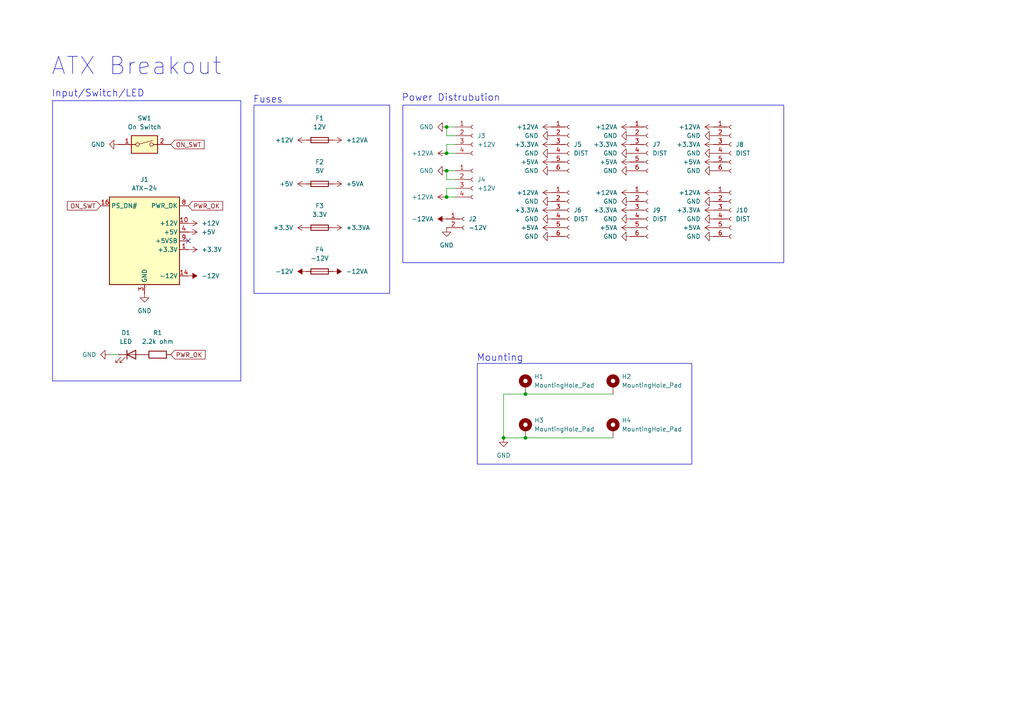
<source format=kicad_sch>
(kicad_sch (version 20250114) (generator "eeschema") (generator_version "9.0")
  (paper "A4")
  (lib_symbols
    (symbol "Connector:ATX-24"
      (property "Reference" "J" (at -8.89 13.97 0))
      (property "Value" "ATX-24" (at 6.35 13.97 0))
      (symbol "ATX-24_0_1"
        (rectangle (start -10.16 12.7) (end 10.16 -12.7) (stroke (width 0.254)) (fill (type background)))
      )
      (symbol "ATX-24_1_1"
        (pin open_collector line (at -12.7 10.16 0) (length 2.54) (name "PS_ON#") (number "16"))
        (pin no_connect line (at -10.16 0 0) (length 2.54) (hide yes) (name "NC") (number "20"))
        (pin passive line (at 0 -15.24 90) (length 2.54) (hide yes) (name "GND") (number "15"))
        (pin passive line (at 0 -15.24 90) (length 2.54) (hide yes) (name "GND") (number "17"))
        (pin passive line (at 0 -15.24 90) (length 2.54) (hide yes) (name "GND") (number "18"))
        (pin passive line (at 0 -15.24 90) (length 2.54) (hide yes) (name "GND") (number "19"))
        (pin passive line (at 0 -15.24 90) (length 2.54) (hide yes) (name "GND") (number "24"))
        (pin power_out line (at 0 -15.24 90) (length 2.54) (name "GND") (number "3"))
        (pin passive line (at 0 -15.24 90) (length 2.54) (hide yes) (name "GND") (number "5"))
        (pin passive line (at 0 -15.24 90) (length 2.54) (hide yes) (name "GND") (number "7"))
        (pin output line (at 12.7 10.16 180) (length 2.54) (name "PWR_OK") (number "8"))
        (pin power_out line (at 12.7 5.08 180) (length 2.54) (name "+12V") (number "10"))
        (pin passive line (at 12.7 5.08 180) (length 2.54) (hide yes) (name "+12V") (number "11"))
        (pin passive line (at 12.7 2.54 180) (length 2.54) (hide yes) (name "+5V") (number "21"))
        (pin passive line (at 12.7 2.54 180) (length 2.54) (hide yes) (name "+5V") (number "22"))
        (pin passive line (at 12.7 2.54 180) (length 2.54) (hide yes) (name "+5V") (number "23"))
        (pin power_out line (at 12.7 2.54 180) (length 2.54) (name "+5V") (number "4"))
        (pin passive line (at 12.7 2.54 180) (length 2.54) (hide yes) (name "+5V") (number "6"))
        (pin power_out line (at 12.7 0 180) (length 2.54) (name "+5VSB") (number "9"))
        (pin power_out line (at 12.7 -2.54 180) (length 2.54) (name "+3.3V") (number "1"))
        (pin passive line (at 12.7 -2.54 180) (length 2.54) (hide yes) (name "+3.3V") (number "12"))
        (pin passive line (at 12.7 -2.54 180) (length 2.54) (hide yes) (name "+3.3V") (number "13"))
        (pin passive line (at 12.7 -2.54 180) (length 2.54) (hide yes) (name "+3.3V") (number "2"))
        (pin power_out line (at 12.7 -10.16 180) (length 2.54) (name "-12V") (number "14"))
      )
    )
    (symbol "Connector:Conn_01x02_Socket" (pin_names (offset 1.016) (hide yes))
      (property "Reference" "J" (at 0 2.54 0))
      (property "Value" "Conn_01x02_Socket" (at 0 -5.08 0))
      (symbol "Conn_01x02_Socket_1_1"
        (polyline (pts (xy -1.27 0) (xy -0.508 0)) (stroke (width 0.1524)))
        (polyline (pts (xy -1.27 -2.54) (xy -0.508 -2.54)) (stroke (width 0.1524)))
        (arc (start 0 -0.508) (mid -0.5058 0) (end 0 0.508) (stroke (width 0.1524)))
        (arc (start 0 -3.048) (mid -0.5058 -2.54) (end 0 -2.032) (stroke (width 0.1524)))
        (pin passive line (at -5.08 0 0) (length 3.81) (name "Pin_1") (number "1"))
        (pin passive line (at -5.08 -2.54 0) (length 3.81) (name "Pin_2") (number "2"))
      )
    )
    (symbol "Connector:Conn_01x04_Socket" (pin_names (offset 1.016) (hide yes))
      (property "Reference" "J" (at 0 5.08 0))
      (property "Value" "Conn_01x04_Socket" (at 0 -7.62 0))
      (symbol "Conn_01x04_Socket_1_1"
        (polyline (pts (xy -1.27 2.54) (xy -0.508 2.54)) (stroke (width 0.1524)))
        (polyline (pts (xy -1.27 0) (xy -0.508 0)) (stroke (width 0.1524)))
        (polyline (pts (xy -1.27 -2.54) (xy -0.508 -2.54)) (stroke (width 0.1524)))
        (polyline (pts (xy -1.27 -5.08) (xy -0.508 -5.08)) (stroke (width 0.1524)))
        (arc (start 0 2.032) (mid -0.5058 2.54) (end 0 3.048) (stroke (width 0.1524)))
        (arc (start 0 -0.508) (mid -0.5058 0) (end 0 0.508) (stroke (width 0.1524)))
        (arc (start 0 -3.048) (mid -0.5058 -2.54) (end 0 -2.032) (stroke (width 0.1524)))
        (arc (start 0 -5.588) (mid -0.5058 -5.08) (end 0 -4.572) (stroke (width 0.1524)))
        (pin passive line (at -5.08 2.54 0) (length 3.81) (name "Pin_1") (number "1"))
        (pin passive line (at -5.08 0 0) (length 3.81) (name "Pin_2") (number "2"))
        (pin passive line (at -5.08 -2.54 0) (length 3.81) (name "Pin_3") (number "3"))
        (pin passive line (at -5.08 -5.08 0) (length 3.81) (name "Pin_4") (number "4"))
      )
    )
    (symbol "Connector:Conn_01x06_Socket" (pin_names (offset 1.016) (hide yes))
      (property "Reference" "J" (at 0 7.62 0))
      (property "Value" "Conn_01x06_Socket" (at 0 -10.16 0))
      (symbol "Conn_01x06_Socket_1_1"
        (polyline (pts (xy -1.27 5.08) (xy -0.508 5.08)) (stroke (width 0.1524)))
        (polyline (pts (xy -1.27 2.54) (xy -0.508 2.54)) (stroke (width 0.1524)))
        (polyline (pts (xy -1.27 0) (xy -0.508 0)) (stroke (width 0.1524)))
        (polyline (pts (xy -1.27 -2.54) (xy -0.508 -2.54)) (stroke (width 0.1524)))
        (polyline (pts (xy -1.27 -5.08) (xy -0.508 -5.08)) (stroke (width 0.1524)))
        (polyline (pts (xy -1.27 -7.62) (xy -0.508 -7.62)) (stroke (width 0.1524)))
        (arc (start 0 4.572) (mid -0.5058 5.08) (end 0 5.588) (stroke (width 0.1524)))
        (arc (start 0 2.032) (mid -0.5058 2.54) (end 0 3.048) (stroke (width 0.1524)))
        (arc (start 0 -0.508) (mid -0.5058 0) (end 0 0.508) (stroke (width 0.1524)))
        (arc (start 0 -3.048) (mid -0.5058 -2.54) (end 0 -2.032) (stroke (width 0.1524)))
        (arc (start 0 -5.588) (mid -0.5058 -5.08) (end 0 -4.572) (stroke (width 0.1524)))
        (arc (start 0 -8.128) (mid -0.5058 -7.62) (end 0 -7.112) (stroke (width 0.1524)))
        (pin passive line (at -5.08 5.08 0) (length 3.81) (name "Pin_1") (number "1"))
        (pin passive line (at -5.08 2.54 0) (length 3.81) (name "Pin_2") (number "2"))
        (pin passive line (at -5.08 0 0) (length 3.81) (name "Pin_3") (number "3"))
        (pin passive line (at -5.08 -2.54 0) (length 3.81) (name "Pin_4") (number "4"))
        (pin passive line (at -5.08 -5.08 0) (length 3.81) (name "Pin_5") (number "5"))
        (pin passive line (at -5.08 -7.62 0) (length 3.81) (name "Pin_6") (number "6"))
      )
    )
    (symbol "Device:Fuse" (pin_numbers (hide yes)) (pin_names (offset 0))
      (property "Reference" "F" (at 2.032 0 90))
      (property "Value" "Fuse" (at -1.905 0 90))
      (symbol "Fuse_0_1"
        (rectangle (start -0.762 -2.54) (end 0.762 2.54) (stroke (width 0.254)))
        (polyline (pts (xy 0 2.54) (xy 0 -2.54)))
      )
      (symbol "Fuse_1_1"
        (pin passive line (at 0 3.81 270) (length 1.27) (name "~") (number "1"))
        (pin passive line (at 0 -3.81 90) (length 1.27) (name "~") (number "2"))
      )
    )
    (symbol "Device:LED" (pin_numbers (hide yes)) (pin_names (offset 1.016) (hide yes))
      (property "Reference" "D" (at 0 2.54 0))
      (property "Value" "LED" (at 0 -2.54 0))
      (symbol "LED_0_1"
        (polyline (pts (xy -3.048 -0.762) (xy -4.572 -2.286) (xy -3.81 -2.286) (xy -4.572 -2.286) (xy -4.572 -1.524)))
        (polyline (pts (xy -1.778 -0.762) (xy -3.302 -2.286) (xy -2.54 -2.286) (xy -3.302 -2.286) (xy -3.302 -1.524)))
        (polyline (pts (xy -1.27 0) (xy 1.27 0)))
        (polyline (pts (xy -1.27 -1.27) (xy -1.27 1.27)) (stroke (width 0.254)))
        (polyline (pts (xy 1.27 -1.27) (xy 1.27 1.27) (xy -1.27 0) (xy 1.27 -1.27)) (stroke (width 0.254)))
      )
      (symbol "LED_1_1"
        (pin passive line (at -3.81 0 0) (length 2.54) (name "K") (number "1"))
        (pin passive line (at 3.81 0 180) (length 2.54) (name "A") (number "2"))
      )
    )
    (symbol "Device:R" (pin_numbers (hide yes)) (pin_names (offset 0))
      (property "Reference" "R" (at 2.032 0 90))
      (property "Value" "R" (at 0 0 90))
      (symbol "R_0_1"
        (rectangle (start -1.016 -2.54) (end 1.016 2.54) (stroke (width 0.254)))
      )
      (symbol "R_1_1"
        (pin passive line (at 0 3.81 270) (length 1.27) (name "~") (number "1"))
        (pin passive line (at 0 -3.81 90) (length 1.27) (name "~") (number "2"))
      )
    )
    (symbol "Mechanical:MountingHole_Pad" (pin_numbers (hide yes)) (pin_names (offset 1.016) (hide yes)) (in_bom no)
      (property "Reference" "H" (at 0 6.35 0))
      (property "Value" "MountingHole_Pad" (at 0 4.445 0))
      (symbol "MountingHole_Pad_0_1"
        (circle (center 0 1.27) (radius 1.27) (stroke (width 1.27)))
      )
      (symbol "MountingHole_Pad_1_1"
        (pin input line (at 0 -2.54 90) (length 2.54) (name "1") (number "1"))
      )
    )
    (symbol "Switch:SW_DIP_x01" (pin_names (offset 0) (hide yes))
      (property "Reference" "SW" (at 0 3.81 0))
      (property "Value" "SW_DIP_x01" (at 0 -3.81 0))
      (symbol "SW_DIP_x01_0_0"
        (circle (center -2.032 0) (radius 0.508))
        (polyline (pts (xy -1.524 0.127) (xy 2.3622 1.1684)))
        (circle (center 2.032 0) (radius 0.508))
      )
      (symbol "SW_DIP_x01_0_1"
        (rectangle (start -3.81 2.54) (end 3.81 -2.54) (stroke (width 0.254)) (fill (type background)))
      )
      (symbol "SW_DIP_x01_1_1"
        (pin passive line (at -7.62 0 0) (length 5.08) (name "~") (number "1"))
        (pin passive line (at 7.62 0 180) (length 5.08) (name "~") (number "2"))
      )
    )
    (symbol "power:+12V" (power) (pin_numbers (hide yes)) (pin_names (offset 0) (hide yes))
      (property "Value" "+12V" (at 0 3.556 0))
      (symbol "+12V_0_1"
        (polyline (pts (xy -0.762 1.27) (xy 0 2.54)))
        (polyline (pts (xy 0 2.54) (xy 0.762 1.27)))
        (polyline (pts (xy 0 0) (xy 0 2.54)))
      )
      (symbol "+12V_1_1"
        (pin power_in line (at 0 0 90) (length 0) (name "~") (number "1"))
      )
    )
    (symbol "power:+12VA" (power) (pin_numbers (hide yes)) (pin_names (offset 0) (hide yes))
      (property "Value" "+12VA" (at 0 3.556 0))
      (symbol "+12VA_0_1"
        (polyline (pts (xy -0.762 1.27) (xy 0 2.54)))
        (polyline (pts (xy 0 2.54) (xy 0.762 1.27)))
        (polyline (pts (xy 0 0) (xy 0 2.54)))
      )
      (symbol "+12VA_1_1"
        (pin power_in line (at 0 0 90) (length 0) (name "~") (number "1"))
      )
    )
    (symbol "power:+3.3V" (power) (pin_numbers (hide yes)) (pin_names (offset 0) (hide yes))
      (property "Value" "+3.3V" (at 0 3.556 0))
      (symbol "+3.3V_0_1"
        (polyline (pts (xy -0.762 1.27) (xy 0 2.54)))
        (polyline (pts (xy 0 2.54) (xy 0.762 1.27)))
        (polyline (pts (xy 0 0) (xy 0 2.54)))
      )
      (symbol "+3.3V_1_1"
        (pin power_in line (at 0 0 90) (length 0) (name "~") (number "1"))
      )
    )
    (symbol "power:+3.3VA" (power) (pin_numbers (hide yes)) (pin_names (offset 0) (hide yes))
      (property "Value" "+3.3VA" (at 0 3.556 0))
      (symbol "+3.3VA_0_1"
        (polyline (pts (xy -0.762 1.27) (xy 0 2.54)))
        (polyline (pts (xy 0 2.54) (xy 0.762 1.27)))
        (polyline (pts (xy 0 0) (xy 0 2.54)))
      )
      (symbol "+3.3VA_1_1"
        (pin power_in line (at 0 0 90) (length 0) (name "~") (number "1"))
      )
    )
    (symbol "power:+5V" (power) (pin_numbers (hide yes)) (pin_names (offset 0) (hide yes))
      (property "Value" "+5V" (at 0 3.556 0))
      (symbol "+5V_0_1"
        (polyline (pts (xy -0.762 1.27) (xy 0 2.54)))
        (polyline (pts (xy 0 2.54) (xy 0.762 1.27)))
        (polyline (pts (xy 0 0) (xy 0 2.54)))
      )
      (symbol "+5V_1_1"
        (pin power_in line (at 0 0 90) (length 0) (name "~") (number "1"))
      )
    )
    (symbol "power:+5VA" (power) (pin_numbers (hide yes)) (pin_names (offset 0) (hide yes))
      (property "Value" "+5VA" (at 0 3.556 0))
      (symbol "+5VA_0_1"
        (polyline (pts (xy -0.762 1.27) (xy 0 2.54)))
        (polyline (pts (xy 0 2.54) (xy 0.762 1.27)))
        (polyline (pts (xy 0 0) (xy 0 2.54)))
      )
      (symbol "+5VA_1_1"
        (pin power_in line (at 0 0 90) (length 0) (name "~") (number "1"))
      )
    )
    (symbol "power:-12V" (power) (pin_numbers (hide yes)) (pin_names (offset 0) (hide yes))
      (property "Value" "-12V" (at 0 3.556 0))
      (symbol "-12V_0_0"
        (pin power_in line (at 0 0 90) (length 0) (name "~") (number "1"))
      )
      (symbol "-12V_0_1"
        (polyline (pts (xy 0 0) (xy 0 1.27) (xy 0.762 1.27) (xy 0 2.54) (xy -0.762 1.27) (xy 0 1.27)) (fill (type outline)))
      )
    )
    (symbol "power:-12VA" (power) (pin_numbers (hide yes)) (pin_names (offset 0) (hide yes))
      (property "Value" "-12VA" (at 0 3.556 0))
      (symbol "-12VA_0_0"
        (pin power_in line (at 0 0 90) (length 0) (name "~") (number "1"))
      )
      (symbol "-12VA_0_1"
        (polyline (pts (xy 0 0) (xy 0 1.27) (xy 0.762 1.27) (xy 0 2.54) (xy -0.762 1.27) (xy 0 1.27)) (fill (type outline)))
      )
    )
    (symbol "power:GND" (power) (pin_numbers (hide yes)) (pin_names (offset 0) (hide yes))
      (property "Value" "GND" (at 0 -3.81 0))
      (symbol "GND_0_1"
        (polyline (pts (xy 0 0) (xy 0 -1.27) (xy 1.27 -1.27) (xy 0 -2.54) (xy -1.27 -1.27) (xy 0 -1.27)))
      )
      (symbol "GND_1_1"
        (pin power_in line (at 0 0 270) (length 0) (name "~") (number "1"))
      )
    )
  )
  (rectangle (start 73.66 30.48) (end 113.03 85.09))
  (rectangle (start 15.24 29.21) (end 69.85 110.49))
  (rectangle (start 138.43 105.41) (end 200.66 134.62))
  (rectangle (start 116.84 30.48) (end 227.33 76.2))
  (text "Input/Switch/LED\n" (at 28.448 27.178 0) (effects (font (size 2 2))))
  (text "Power Distrubution" (at 130.81 28.448 0) (effects (font (size 2 2))))
  (text "Mounting" (at 145.034 103.886 0) (effects (font (size 2 2))))
  (text "ATX Breakout" (at 39.624 19.304 0) (effects (font (size 5 5))))
  (text "Fuses" (at 77.724 28.956 0) (effects (font (size 2 2))))
  (junction (at 146.05 127))
  (junction (at 152.4 127))
  (junction (at 129.54 57.15))
  (junction (at 129.54 36.83))
  (junction (at 129.54 44.45))
  (junction (at 152.4 114.3))
  (junction (at 129.54 49.53))
  (no_connect (at 54.61 69.85))
  (wire (pts (xy 129.54 39.37) (xy 132.08 39.37)))
  (wire (pts (xy 129.54 44.45) (xy 132.08 44.45)))
  (wire (pts (xy 129.54 36.83) (xy 129.54 39.37)))
  (wire (pts (xy 146.05 127) (xy 146.05 114.3)))
  (wire (pts (xy 129.54 54.61) (xy 132.08 54.61)))
  (wire (pts (xy 129.54 49.53) (xy 129.54 52.07)))
  (wire (pts (xy 31.75 102.87) (xy 34.29 102.87)))
  (wire (pts (xy 152.4 127) (xy 177.8 127)))
  (wire (pts (xy 129.54 57.15) (xy 132.08 57.15)))
  (wire (pts (xy 129.54 57.15) (xy 129.54 54.61)))
  (wire (pts (xy 129.54 52.07) (xy 132.08 52.07)))
  (wire (pts (xy 146.05 127) (xy 152.4 127)))
  (wire (pts (xy 129.54 49.53) (xy 132.08 49.53)))
  (wire (pts (xy 129.54 36.83) (xy 132.08 36.83)))
  (wire (pts (xy 129.54 41.91) (xy 132.08 41.91)))
  (wire (pts (xy 146.05 114.3) (xy 152.4 114.3)))
  (wire (pts (xy 152.4 114.3) (xy 177.8 114.3)))
  (wire (pts (xy 129.54 44.45) (xy 129.54 41.91)))
  (global_label "ON_SWT" (shape input) (at 49.53 41.91 0) (property "Intersheetrefs" "${INTERSHEET_REFS}" (effects (hide yes))))
  (global_label "ON_SWT" (shape input) (at 29.21 59.69 180) (property "Intersheetrefs" "${INTERSHEET_REFS}" (effects (hide yes))))
  (global_label "PWR_OK" (shape input) (at 49.53 102.87 0) (property "Intersheetrefs" "${INTERSHEET_REFS}" (effects (hide yes))))
  (global_label "PWR_OK" (shape input) (at 54.61 59.69 0) (property "Intersheetrefs" "${INTERSHEET_REFS}" (effects (hide yes))))
  (symbol (lib_id "power:+3.3VA") (at 182.88 60.96 90) (unit 1)
    (property "Reference" "#PWR048" (effects (hide yes)))
    (property "Value" "+3.3VA" (at 179.07 60.9599 90) (effects (justify left)))
    (property "Description" "Power symbol creates a global label with name \"+3.3VA\"" (effects (hide yes)))
  )
  (symbol (lib_id "power:GND") (at 129.54 36.83 270) (unit 1)
    (property "Reference" "#PWR019" (effects (hide yes)))
    (property "Value" "GND" (at 125.73 36.8299 90) (effects (justify right)))
    (property "Description" "Power symbol creates a global label with name \"GND\" , ground" (effects (hide yes)))
  )
  (symbol (lib_id "power:+12V") (at 54.61 64.77 270) (unit 1)
    (property "Reference" "#PWR05" (effects (hide yes)))
    (property "Value" "+12V" (at 58.42 64.7699 90) (effects (justify left)))
    (property "Description" "Power symbol creates a global label with name \"+12V\"" (effects (hide yes)))
  )
  (symbol (lib_id "Connector:Conn_01x04_Socket") (at 137.16 39.37 0) (unit 1)
    (property "Reference" "J3" (at 138.43 39.3699 0) (effects (justify left)))
    (property "Value" "+12V" (at 138.43 41.9099 0) (effects (justify left)))
    (property "Footprint" "Connector_Molex:Molex_Mini-Fit_Jr_5566-04A_2x02_P4.20mm_Vertical" (effects (hide yes)))
    (property "Description" "Generic connector, single row, 01x04, script generated" (effects (hide yes)))
    (property "LCSC" "C293502" (effects (hide yes)))
  )
  (symbol (lib_id "power:GND") (at 207.01 63.5 270) (unit 1)
    (property "Reference" "#PWR055" (effects (hide yes)))
    (property "Value" "GND" (at 203.2 63.4999 90) (effects (justify right)))
    (property "Description" "Power symbol creates a global label with name \"GND\" , ground" (effects (hide yes)))
  )
  (symbol (lib_id "Connector:Conn_01x06_Socket") (at 212.09 60.96 0) (unit 1)
    (property "Reference" "J10" (at 213.36 60.9599 0) (effects (justify left)))
    (property "Value" "DIST" (at 213.36 63.4999 0) (effects (justify left)))
    (property "Footprint" "Connector_Molex:Molex_Mini-Fit_Jr_5566-06A_2x03_P4.20mm_Vertical" (effects (hide yes)))
    (property "Description" "Generic connector, single row, 01x06, script generated" (effects (hide yes)))
    (property "LCSC" "C471417" (effects (hide yes)))
  )
  (symbol (lib_id "power:GND") (at 207.01 68.58 270) (unit 1)
    (property "Reference" "#PWR057" (effects (hide yes)))
    (property "Value" "GND" (at 203.2 68.5799 90) (effects (justify right)))
    (property "Description" "Power symbol creates a global label with name \"GND\" , ground" (effects (hide yes)))
  )
  (symbol (lib_id "power:+5V") (at 54.61 67.31 270) (unit 1)
    (property "Reference" "#PWR04" (effects (hide yes)))
    (property "Value" "+5V" (at 58.42 67.3099 90) (effects (justify left)))
    (property "Description" "Power symbol creates a global label with name \"+5V\"" (effects (hide yes)))
  )
  (symbol (lib_id "Device:Fuse") (at 92.71 66.04 90) (unit 1)
    (property "Reference" "F3" (at 92.71 59.69 90))
    (property "Value" "3.3V" (at 92.71 62.23 90))
    (property "Footprint" "Fuse:Fuseholder_Clip-5x20mm_Eaton_1A5601-01_Inline_P20.80x6.76mm_D1.70mm_Horizontal" (effects (hide yes)))
    (property "Description" "Fuse" (effects (hide yes)))
    (property "LCSC" "C3206715" (effects (hide yes)))
    (property "Fuse" "C3122" (effects (hide yes)))
  )
  (symbol (lib_id "power:GND") (at 207.01 49.53 270) (unit 1)
    (property "Reference" "#PWR045" (effects (hide yes)))
    (property "Value" "GND" (at 203.2 49.5299 90) (effects (justify right)))
    (property "Description" "Power symbol creates a global label with name \"GND\" , ground" (effects (hide yes)))
  )
  (symbol (lib_id "power:GND") (at 182.88 39.37 270) (unit 1)
    (property "Reference" "#PWR035" (effects (hide yes)))
    (property "Value" "GND" (at 179.07 39.3699 90) (effects (justify right)))
    (property "Description" "Power symbol creates a global label with name \"GND\" , ground" (effects (hide yes)))
  )
  (symbol (lib_id "power:+5V") (at 88.9 53.34 90) (unit 1)
    (property "Reference" "#PWR07" (effects (hide yes)))
    (property "Value" "+5V" (at 85.09 53.3401 90) (effects (justify left)))
    (property "Description" "Power symbol creates a global label with name \"+5V\"" (effects (hide yes)))
  )
  (symbol (lib_id "power:+3.3VA") (at 182.88 41.91 90) (unit 1)
    (property "Reference" "#PWR036" (effects (hide yes)))
    (property "Value" "+3.3VA" (at 179.07 41.9099 90) (effects (justify left)))
    (property "Description" "Power symbol creates a global label with name \"+3.3VA\"" (effects (hide yes)))
  )
  (symbol (lib_id "power:-12VA") (at 129.54 63.5 90) (unit 1)
    (property "Reference" "#PWR016" (effects (hide yes)))
    (property "Value" "-12VA" (at 125.73 63.4999 90) (effects (justify left)))
    (property "Description" "Power symbol creates a global label with name \"-12VA\"" (effects (hide yes)))
  )
  (symbol (lib_id "power:+12VA") (at 129.54 57.15 90) (unit 1)
    (property "Reference" "#PWR021" (effects (hide yes)))
    (property "Value" "+12VA" (at 125.73 57.1499 90) (effects (justify left)))
    (property "Description" "Power symbol creates a global label with name \"+12VA\"" (effects (hide yes)))
  )
  (symbol (lib_id "Connector:Conn_01x04_Socket") (at 137.16 52.07 0) (unit 1)
    (property "Reference" "J4" (at 138.43 52.0699 0) (effects (justify left)))
    (property "Value" "+12V" (at 138.43 54.6099 0) (effects (justify left)))
    (property "Footprint" "Connector_Molex:Molex_Mini-Fit_Jr_5566-04A_2x02_P4.20mm_Vertical" (effects (hide yes)))
    (property "Description" "Generic connector, single row, 01x04, script generated" (effects (hide yes)))
    (property "LCSC" "C293502" (effects (hide yes)))
  )
  (symbol (lib_id "power:GND") (at 160.02 39.37 270) (unit 1)
    (property "Reference" "#PWR023" (effects (hide yes)))
    (property "Value" "GND" (at 156.21 39.3699 90) (effects (justify right)))
    (property "Description" "Power symbol creates a global label with name \"GND\" , ground" (effects (hide yes)))
  )
  (symbol (lib_id "power:+3.3VA") (at 96.52 66.04 270) (unit 1)
    (property "Reference" "#PWR012" (effects (hide yes)))
    (property "Value" "+3.3VA" (at 100.33 66.0399 90) (effects (justify left)))
    (property "Description" "Power symbol creates a global label with name \"+3.3VA\"" (effects (hide yes)))
  )
  (symbol (lib_id "power:GND") (at 129.54 49.53 270) (unit 1)
    (property "Reference" "#PWR020" (effects (hide yes)))
    (property "Value" "GND" (at 125.73 49.5299 90) (effects (justify right)))
    (property "Description" "Power symbol creates a global label with name \"GND\" , ground" (effects (hide yes)))
  )
  (symbol (lib_id "power:GND") (at 160.02 63.5 270) (unit 1)
    (property "Reference" "#PWR031" (effects (hide yes)))
    (property "Value" "GND" (at 156.21 63.4999 90) (effects (justify right)))
    (property "Description" "Power symbol creates a global label with name \"GND\" , ground" (effects (hide yes)))
  )
  (symbol (lib_id "Connector:Conn_01x06_Socket") (at 212.09 41.91 0) (unit 1)
    (property "Reference" "J8" (at 213.36 41.9099 0) (effects (justify left)))
    (property "Value" "DIST" (at 213.36 44.4499 0) (effects (justify left)))
    (property "Footprint" "Connector_Molex:Molex_Mini-Fit_Jr_5566-06A_2x03_P4.20mm_Vertical" (effects (hide yes)))
    (property "Description" "Generic connector, single row, 01x06, script generated" (effects (hide yes)))
    (property "LCSC" "C471417" (effects (hide yes)))
  )
  (symbol (lib_id "Connector:Conn_01x02_Socket") (at 134.62 63.5 0) (unit 1)
    (property "Reference" "J2" (at 135.89 63.4999 0) (effects (justify left)))
    (property "Value" "-12V" (at 135.89 66.0399 0) (effects (justify left)))
    (property "Footprint" "Connector_PinHeader_2.54mm:PinHeader_1x02_P2.54mm_Horizontal" (effects (hide yes)))
    (property "Description" "Generic connector, single row, 01x02, script generated" (effects (hide yes)))
    (property "LCSC" "C492401" (effects (hide yes)))
  )
  (symbol (lib_id "Mechanical:MountingHole_Pad") (at 177.8 124.46 0) (unit 1) (in_bom no)
    (property "Reference" "H4" (at 180.34 121.9199 0) (effects (justify left)))
    (property "Value" "MountingHole_Pad" (at 180.34 124.4599 0) (effects (justify left)))
    (property "Footprint" "MountingHole:MountingHole_3.2mm_M3_Pad_Via" (effects (hide yes)))
    (property "Description" "Mounting Hole with connection" (effects (hide yes)))
  )
  (symbol (lib_id "Connector:ATX-24") (at 41.91 69.85 0) (unit 1)
    (property "Reference" "J1" (at 41.91 52.07 0))
    (property "Value" "ATX-24" (at 41.91 54.61 0))
    (property "Footprint" "Connector_Molex:Molex_Mini-Fit_Jr_5569-24A2_2x12_P4.20mm_Horizontal" (effects (hide yes)))
    (property "Datasheet" "https://www.intel.com/content/dam/www/public/us/en/documents/guides/power-supply-design-guide-june.pdf#page=33" (effects (hide yes)))
    (property "Description" "ATX Power supply 24pins" (effects (hide yes)))
    (property "LCSC" "C492361" (effects (hide yes)))
  )
  (symbol (lib_id "Connector:Conn_01x06_Socket") (at 187.96 41.91 0) (unit 1)
    (property "Reference" "J7" (at 189.23 41.9099 0) (effects (justify left)))
    (property "Value" "DIST" (at 189.23 44.4499 0) (effects (justify left)))
    (property "Footprint" "Connector_Molex:Molex_Mini-Fit_Jr_5566-06A_2x03_P4.20mm_Vertical" (effects (hide yes)))
    (property "Description" "Generic connector, single row, 01x06, script generated" (effects (hide yes)))
    (property "LCSC" "C471417" (effects (hide yes)))
  )
  (symbol (lib_id "Device:Fuse") (at 92.71 40.64 90) (unit 1)
    (property "Reference" "F1" (at 92.71 34.29 90))
    (property "Value" "12V" (at 92.71 36.83 90))
    (property "Footprint" "Fuse:Fuseholder_Clip-5x20mm_Eaton_1A5601-01_Inline_P20.80x6.76mm_D1.70mm_Horizontal" (effects (hide yes)))
    (property "Description" "Fuse" (effects (hide yes)))
    (property "LCSC" "C3206715" (effects (hide yes)))
    (property "Fuse" "C3122" (effects (hide yes)))
  )
  (symbol (lib_id "power:GND") (at 182.88 63.5 270) (unit 1)
    (property "Reference" "#PWR049" (effects (hide yes)))
    (property "Value" "GND" (at 179.07 63.4999 90) (effects (justify right)))
    (property "Description" "Power symbol creates a global label with name \"GND\" , ground" (effects (hide yes)))
  )
  (symbol (lib_id "power:GND") (at 207.01 44.45 270) (unit 1)
    (property "Reference" "#PWR043" (effects (hide yes)))
    (property "Value" "GND" (at 203.2 44.4499 90) (effects (justify right)))
    (property "Description" "Power symbol creates a global label with name \"GND\" , ground" (effects (hide yes)))
  )
  (symbol (lib_id "power:-12VA") (at 96.52 78.74 270) (unit 1)
    (property "Reference" "#PWR013" (effects (hide yes)))
    (property "Value" "-12VA" (at 100.33 78.7399 90) (effects (justify left)))
    (property "Description" "Power symbol creates a global label with name \"-12VA\"" (effects (hide yes)))
  )
  (symbol (lib_id "power:+12VA") (at 182.88 36.83 90) (unit 1)
    (property "Reference" "#PWR034" (effects (hide yes)))
    (property "Value" "+12VA" (at 179.07 36.8299 90) (effects (justify left)))
    (property "Description" "Power symbol creates a global label with name \"+12VA\"" (effects (hide yes)))
  )
  (symbol (lib_id "power:+3.3VA") (at 160.02 60.96 90) (unit 1)
    (property "Reference" "#PWR030" (effects (hide yes)))
    (property "Value" "+3.3VA" (at 156.21 60.9599 90) (effects (justify left)))
    (property "Description" "Power symbol creates a global label with name \"+3.3VA\"" (effects (hide yes)))
  )
  (symbol (lib_id "power:GND") (at 182.88 44.45 270) (unit 1)
    (property "Reference" "#PWR037" (effects (hide yes)))
    (property "Value" "GND" (at 179.07 44.4499 90) (effects (justify right)))
    (property "Description" "Power symbol creates a global label with name \"GND\" , ground" (effects (hide yes)))
  )
  (symbol (lib_id "Mechanical:MountingHole_Pad") (at 152.4 124.46 0) (unit 1) (in_bom no)
    (property "Reference" "H3" (at 154.94 121.9199 0) (effects (justify left)))
    (property "Value" "MountingHole_Pad" (at 154.94 124.4599 0) (effects (justify left)))
    (property "Footprint" "MountingHole:MountingHole_3.2mm_M3_Pad_Via" (effects (hide yes)))
    (property "Description" "Mounting Hole with connection" (effects (hide yes)))
  )
  (symbol (lib_id "power:+12VA") (at 160.02 55.88 90) (unit 1)
    (property "Reference" "#PWR028" (effects (hide yes)))
    (property "Value" "+12VA" (at 156.21 55.8799 90) (effects (justify left)))
    (property "Description" "Power symbol creates a global label with name \"+12VA\"" (effects (hide yes)))
  )
  (symbol (lib_id "power:+5VA") (at 160.02 66.04 90) (unit 1)
    (property "Reference" "#PWR032" (effects (hide yes)))
    (property "Value" "+5VA" (at 156.21 66.0399 90) (effects (justify left)))
    (property "Description" "Power symbol creates a global label with name \"+5VA\"" (effects (hide yes)))
  )
  (symbol (lib_id "power:GND") (at 146.05 127 0) (unit 1)
    (property "Reference" "#PWR058" (effects (hide yes)))
    (property "Value" "GND" (at 146.05 132.08 0))
    (property "Description" "Power symbol creates a global label with name \"GND\" , ground" (effects (hide yes)))
  )
  (symbol (lib_id "Switch:SW_DIP_x01") (at 41.91 41.91 0) (unit 1)
    (property "Reference" "SW1" (at 41.91 34.29 0))
    (property "Value" "On Switch" (at 41.91 36.83 0))
    (property "Footprint" "Button_Switch_SMD:SW_DIP_SPSTx01_Slide_9.78x4.72mm_W8.61mm_P2.54mm" (effects (hide yes)))
    (property "Description" "1x DIP Switch, Single Pole Single Throw (SPST) switch, small symbol" (effects (hide yes)))
    (property "LCSC" "C3293151" (effects (hide yes)))
  )
  (symbol (lib_id "power:+5VA") (at 207.01 66.04 90) (unit 1)
    (property "Reference" "#PWR056" (effects (hide yes)))
    (property "Value" "+5VA" (at 203.2 66.0399 90) (effects (justify left)))
    (property "Description" "Power symbol creates a global label with name \"+5VA\"" (effects (hide yes)))
  )
  (symbol (lib_id "power:-12V") (at 54.61 80.01 270) (unit 1)
    (property "Reference" "#PWR02" (effects (hide yes)))
    (property "Value" "-12V" (at 58.42 80.0099 90) (effects (justify left)))
    (property "Description" "Power symbol creates a global label with name \"-12V\"" (effects (hide yes)))
  )
  (symbol (lib_id "power:+5VA") (at 182.88 46.99 90) (unit 1)
    (property "Reference" "#PWR038" (effects (hide yes)))
    (property "Value" "+5VA" (at 179.07 46.9899 90) (effects (justify left)))
    (property "Description" "Power symbol creates a global label with name \"+5VA\"" (effects (hide yes)))
  )
  (symbol (lib_id "power:GND") (at 41.91 85.09 0) (unit 1)
    (property "Reference" "#PWR01" (effects (hide yes)))
    (property "Value" "GND" (at 41.91 90.17 0))
    (property "Description" "Power symbol creates a global label with name \"GND\" , ground" (effects (hide yes)))
  )
  (symbol (lib_id "power:GND") (at 207.01 58.42 270) (unit 1)
    (property "Reference" "#PWR053" (effects (hide yes)))
    (property "Value" "GND" (at 203.2 58.4199 90) (effects (justify right)))
    (property "Description" "Power symbol creates a global label with name \"GND\" , ground" (effects (hide yes)))
  )
  (symbol (lib_id "power:GND") (at 129.54 66.04 0) (unit 1)
    (property "Reference" "#PWR017" (effects (hide yes)))
    (property "Value" "GND" (at 129.54 71.12 0))
    (property "Description" "Power symbol creates a global label with name \"GND\" , ground" (effects (hide yes)))
  )
  (symbol (lib_id "power:+12VA") (at 129.54 44.45 90) (unit 1)
    (property "Reference" "#PWR018" (effects (hide yes)))
    (property "Value" "+12VA" (at 125.73 44.4499 90) (effects (justify left)))
    (property "Description" "Power symbol creates a global label with name \"+12VA\"" (effects (hide yes)))
  )
  (symbol (lib_id "Mechanical:MountingHole_Pad") (at 177.8 111.76 0) (unit 1) (in_bom no)
    (property "Reference" "H2" (at 180.34 109.2199 0) (effects (justify left)))
    (property "Value" "MountingHole_Pad" (at 180.34 111.7599 0) (effects (justify left)))
    (property "Footprint" "MountingHole:MountingHole_3.2mm_M3_Pad_Via" (effects (hide yes)))
    (property "Description" "Mounting Hole with connection" (effects (hide yes)))
  )
  (symbol (lib_id "power:+5VA") (at 96.52 53.34 270) (unit 1)
    (property "Reference" "#PWR011" (effects (hide yes)))
    (property "Value" "+5VA" (at 100.33 53.3399 90) (effects (justify left)))
    (property "Description" "Power symbol creates a global label with name \"+5VA\"" (effects (hide yes)))
  )
  (symbol (lib_id "power:+3.3V") (at 54.61 72.39 270) (unit 1)
    (property "Reference" "#PWR03" (effects (hide yes)))
    (property "Value" "+3.3V" (at 58.42 72.3899 90) (effects (justify left)))
    (property "Description" "Power symbol creates a global label with name \"+3.3V\"" (effects (hide yes)))
  )
  (symbol (lib_id "power:+12VA") (at 207.01 55.88 90) (unit 1)
    (property "Reference" "#PWR052" (effects (hide yes)))
    (property "Value" "+12VA" (at 203.2 55.8799 90) (effects (justify left)))
    (property "Description" "Power symbol creates a global label with name \"+12VA\"" (effects (hide yes)))
  )
  (symbol (lib_id "Device:Fuse") (at 92.71 53.34 90) (unit 1)
    (property "Reference" "F2" (at 92.71 46.99 90))
    (property "Value" "5V" (at 92.71 49.53 90))
    (property "Footprint" "Fuse:Fuseholder_Clip-5x20mm_Eaton_1A5601-01_Inline_P20.80x6.76mm_D1.70mm_Horizontal" (effects (hide yes)))
    (property "Description" "Fuse" (effects (hide yes)))
    (property "LCSC" "C3206715" (effects (hide yes)))
    (property "Fuse" "C3122" (effects (hide yes)))
  )
  (symbol (lib_id "Device:LED") (at 38.1 102.87 0) (unit 1)
    (property "Reference" "D1" (at 36.5125 96.52 0))
    (property "Value" "LED" (at 36.5125 99.06 0))
    (property "Footprint" "LED_SMD:LED_1210_3225Metric" (effects (hide yes)))
    (property "Description" "Light emitting diode" (effects (hide yes)))
    (property "Sim.Pins" "1=K 2=A" (effects (hide yes)))
    (property "LCSC" "C601676" (effects (hide yes)))
  )
  (symbol (lib_id "power:GND") (at 160.02 49.53 270) (unit 1)
    (property "Reference" "#PWR026" (effects (hide yes)))
    (property "Value" "GND" (at 156.21 49.5299 90) (effects (justify right)))
    (property "Description" "Power symbol creates a global label with name \"GND\" , ground" (effects (hide yes)))
  )
  (symbol (lib_id "Device:R") (at 45.72 102.87 90) (unit 1)
    (property "Reference" "R1" (at 45.72 96.52 90))
    (property "Value" "2.2k ohm" (at 45.72 99.06 90))
    (property "Footprint" "Capacitor_SMD:C_0805_2012Metric_Pad1.18x1.45mm_HandSolder" (effects (hide yes)))
    (property "Description" "Resistor" (effects (hide yes)))
    (property "LCSC" "C17520" (effects (hide yes)))
  )
  (symbol (lib_id "Connector:Conn_01x06_Socket") (at 187.96 60.96 0) (unit 1)
    (property "Reference" "J9" (at 189.23 60.9599 0) (effects (justify left)))
    (property "Value" "DIST" (at 189.23 63.4999 0) (effects (justify left)))
    (property "Footprint" "Connector_Molex:Molex_Mini-Fit_Jr_5566-06A_2x03_P4.20mm_Vertical" (effects (hide yes)))
    (property "Description" "Generic connector, single row, 01x06, script generated" (effects (hide yes)))
    (property "LCSC" "C471417" (effects (hide yes)))
  )
  (symbol (lib_id "power:+3.3V") (at 88.9 66.04 90) (unit 1)
    (property "Reference" "#PWR08" (effects (hide yes)))
    (property "Value" "+3.3V" (at 85.09 66.0401 90) (effects (justify left)))
    (property "Description" "Power symbol creates a global label with name \"+3.3V\"" (effects (hide yes)))
  )
  (symbol (lib_id "power:GND") (at 160.02 58.42 270) (unit 1)
    (property "Reference" "#PWR029" (effects (hide yes)))
    (property "Value" "GND" (at 156.21 58.4199 90) (effects (justify right)))
    (property "Description" "Power symbol creates a global label with name \"GND\" , ground" (effects (hide yes)))
  )
  (symbol (lib_id "power:GND") (at 160.02 44.45 270) (unit 1)
    (property "Reference" "#PWR025" (effects (hide yes)))
    (property "Value" "GND" (at 156.21 44.4499 90) (effects (justify right)))
    (property "Description" "Power symbol creates a global label with name \"GND\" , ground" (effects (hide yes)))
  )
  (symbol (lib_id "power:+12VA") (at 182.88 55.88 90) (unit 1)
    (property "Reference" "#PWR046" (effects (hide yes)))
    (property "Value" "+12VA" (at 179.07 55.8799 90) (effects (justify left)))
    (property "Description" "Power symbol creates a global label with name \"+12VA\"" (effects (hide yes)))
  )
  (symbol (lib_id "power:GND") (at 182.88 58.42 270) (unit 1)
    (property "Reference" "#PWR047" (effects (hide yes)))
    (property "Value" "GND" (at 179.07 58.4199 90) (effects (justify right)))
    (property "Description" "Power symbol creates a global label with name \"GND\" , ground" (effects (hide yes)))
  )
  (symbol (lib_id "power:+3.3VA") (at 160.02 41.91 90) (unit 1)
    (property "Reference" "#PWR024" (effects (hide yes)))
    (property "Value" "+3.3VA" (at 156.21 41.9099 90) (effects (justify left)))
    (property "Description" "Power symbol creates a global label with name \"+3.3VA\"" (effects (hide yes)))
  )
  (symbol (lib_id "power:GND") (at 207.01 39.37 270) (unit 1)
    (property "Reference" "#PWR041" (effects (hide yes)))
    (property "Value" "GND" (at 203.2 39.3699 90) (effects (justify right)))
    (property "Description" "Power symbol creates a global label with name \"GND\" , ground" (effects (hide yes)))
  )
  (symbol (lib_id "power:+3.3VA") (at 207.01 60.96 90) (unit 1)
    (property "Reference" "#PWR054" (effects (hide yes)))
    (property "Value" "+3.3VA" (at 203.2 60.9599 90) (effects (justify left)))
    (property "Description" "Power symbol creates a global label with name \"+3.3VA\"" (effects (hide yes)))
  )
  (symbol (lib_id "power:+5VA") (at 182.88 66.04 90) (unit 1)
    (property "Reference" "#PWR050" (effects (hide yes)))
    (property "Value" "+5VA" (at 179.07 66.0399 90) (effects (justify left)))
    (property "Description" "Power symbol creates a global label with name \"+5VA\"" (effects (hide yes)))
  )
  (symbol (lib_id "Connector:Conn_01x06_Socket") (at 165.1 60.96 0) (unit 1)
    (property "Reference" "J6" (at 166.37 60.9599 0) (effects (justify left)))
    (property "Value" "DIST" (at 166.37 63.4999 0) (effects (justify left)))
    (property "Footprint" "Connector_Molex:Molex_Mini-Fit_Jr_5566-06A_2x03_P4.20mm_Vertical" (effects (hide yes)))
    (property "Description" "Generic connector, single row, 01x06, script generated" (effects (hide yes)))
    (property "LCSC" "C471417" (effects (hide yes)))
  )
  (symbol (lib_id "Device:Fuse") (at 92.71 78.74 90) (unit 1)
    (property "Reference" "F4" (at 92.71 72.39 90))
    (property "Value" "-12V" (at 92.71 74.93 90))
    (property "Footprint" "Fuse:Fuseholder_Clip-5x20mm_Eaton_1A5601-01_Inline_P20.80x6.76mm_D1.70mm_Horizontal" (effects (hide yes)))
    (property "Description" "Fuse" (effects (hide yes)))
    (property "LCSC" "C3206715" (effects (hide yes)))
    (property "Fuse" "C3122" (effects (hide yes)))
  )
  (symbol (lib_id "power:+5VA") (at 207.01 46.99 90) (unit 1)
    (property "Reference" "#PWR044" (effects (hide yes)))
    (property "Value" "+5VA" (at 203.2 46.9899 90) (effects (justify left)))
    (property "Description" "Power symbol creates a global label with name \"+5VA\"" (effects (hide yes)))
  )
  (symbol (lib_id "power:-12V") (at 88.9 78.74 90) (unit 1)
    (property "Reference" "#PWR09" (effects (hide yes)))
    (property "Value" "-12V" (at 85.09 78.7401 90) (effects (justify left)))
    (property "Description" "Power symbol creates a global label with name \"-12V\"" (effects (hide yes)))
  )
  (symbol (lib_id "power:+12V") (at 88.9 40.64 90) (unit 1)
    (property "Reference" "#PWR06" (effects (hide yes)))
    (property "Value" "+12V" (at 85.09 40.6401 90) (effects (justify left)))
    (property "Description" "Power symbol creates a global label with name \"+12V\"" (effects (hide yes)))
  )
  (symbol (lib_id "power:+5VA") (at 160.02 46.99 90) (unit 1)
    (property "Reference" "#PWR027" (effects (hide yes)))
    (property "Value" "+5VA" (at 156.21 46.9899 90) (effects (justify left)))
    (property "Description" "Power symbol creates a global label with name \"+5VA\"" (effects (hide yes)))
  )
  (symbol (lib_id "power:+12VA") (at 160.02 36.83 90) (unit 1)
    (property "Reference" "#PWR022" (effects (hide yes)))
    (property "Value" "+12VA" (at 156.21 36.8299 90) (effects (justify left)))
    (property "Description" "Power symbol creates a global label with name \"+12VA\"" (effects (hide yes)))
  )
  (symbol (lib_id "power:GND") (at 160.02 68.58 270) (unit 1)
    (property "Reference" "#PWR033" (effects (hide yes)))
    (property "Value" "GND" (at 156.21 68.5799 90) (effects (justify right)))
    (property "Description" "Power symbol creates a global label with name \"GND\" , ground" (effects (hide yes)))
  )
  (symbol (lib_id "Mechanical:MountingHole_Pad") (at 152.4 111.76 0) (unit 1) (in_bom no)
    (property "Reference" "H1" (at 154.94 109.2199 0) (effects (justify left)))
    (property "Value" "MountingHole_Pad" (at 154.94 111.7599 0) (effects (justify left)))
    (property "Footprint" "MountingHole:MountingHole_3.2mm_M3_Pad_Via" (effects (hide yes)))
    (property "Description" "Mounting Hole with connection" (effects (hide yes)))
  )
  (symbol (lib_id "power:GND") (at 34.29 41.91 270) (unit 1)
    (property "Reference" "#PWR015" (effects (hide yes)))
    (property "Value" "GND" (at 30.48 41.9099 90) (effects (justify right)))
    (property "Description" "Power symbol creates a global label with name \"GND\" , ground" (effects (hide yes)))
  )
  (symbol (lib_id "power:+12VA") (at 96.52 40.64 270) (unit 1)
    (property "Reference" "#PWR010" (effects (hide yes)))
    (property "Value" "+12VA" (at 100.33 40.6399 90) (effects (justify left)))
    (property "Description" "Power symbol creates a global label with name \"+12VA\"" (effects (hide yes)))
  )
  (symbol (lib_id "power:GND") (at 182.88 68.58 270) (unit 1)
    (property "Reference" "#PWR051" (effects (hide yes)))
    (property "Value" "GND" (at 179.07 68.5799 90) (effects (justify right)))
    (property "Description" "Power symbol creates a global label with name \"GND\" , ground" (effects (hide yes)))
  )
  (symbol (lib_id "power:+3.3VA") (at 207.01 41.91 90) (unit 1)
    (property "Reference" "#PWR042" (effects (hide yes)))
    (property "Value" "+3.3VA" (at 203.2 41.9099 90) (effects (justify left)))
    (property "Description" "Power symbol creates a global label with name \"+3.3VA\"" (effects (hide yes)))
  )
  (symbol (lib_id "Connector:Conn_01x06_Socket") (at 165.1 41.91 0) (unit 1)
    (property "Reference" "J5" (at 166.37 41.9099 0) (effects (justify left)))
    (property "Value" "DIST" (at 166.37 44.4499 0) (effects (justify left)))
    (property "Footprint" "Connector_Molex:Molex_Mini-Fit_Jr_5566-06A_2x03_P4.20mm_Vertical" (effects (hide yes)))
    (property "Description" "Generic connector, single row, 01x06, script generated" (effects (hide yes)))
    (property "LCSC" "C471417" (effects (hide yes)))
  )
  (symbol (lib_id "power:GND") (at 31.75 102.87 270) (unit 1)
    (property "Reference" "#PWR014" (effects (hide yes)))
    (property "Value" "GND" (at 27.94 102.8699 90) (effects (justify right)))
    (property "Description" "Power symbol creates a global label with name \"GND\" , ground" (effects (hide yes)))
  )
  (symbol (lib_id "power:GND") (at 182.88 49.53 270) (unit 1)
    (property "Reference" "#PWR039" (effects (hide yes)))
    (property "Value" "GND" (at 179.07 49.5299 90) (effects (justify right)))
    (property "Description" "Power symbol creates a global label with name \"GND\" , ground" (effects (hide yes)))
  )
  (symbol (lib_id "power:+12VA") (at 207.01 36.83 90) (unit 1)
    (property "Reference" "#PWR040" (effects (hide yes)))
    (property "Value" "+12VA" (at 203.2 36.8299 90) (effects (justify left)))
    (property "Description" "Power symbol creates a global label with name \"+12VA\"" (effects (hide yes)))
  )
)
</source>
